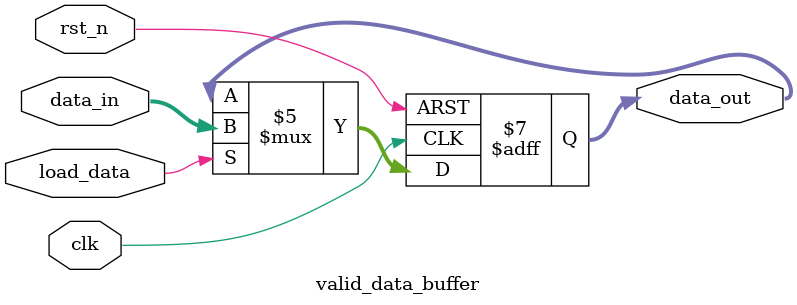
<source format=v>

module valid_data_buffer #(
    parameter DEF_VALUE   = 0,
    parameter BIT_OF_DATA = 8
) (
    clk,
    rst_n,
    load_data,
    data_in,
    data_out
);

    input                                   clk                    ;
    input                                   rst_n                  ;
    input                                   load_data              ;
    input              [(BIT_OF_DATA-1) : 0]data_in                ;
    output reg         [(BIT_OF_DATA-1) : 0]data_out               ;

// ==================================================================
// main
// ==================================================================
always @(posedge clk or negedge rst_n) begin
    if (!rst_n) begin
        data_out <= DEF_VALUE;
    end
    else if (!load_data) begin // load_data: 1 => load data; load_data: 0 => no load data.
        data_out <= data_out;
    end
    else begin
        data_out <= data_in;
    end
end


endmodule

</source>
